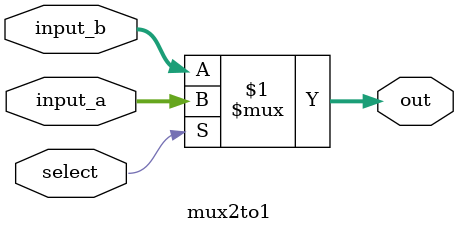
<source format=v>

module mux2to1 #(
		
		parameter DW = 32

)
(
		input select,
		input [DW-1:0] input_a, input_b,
		output [DW-1:0] out

);

assign out = (select) ? input_a : input_b;
 
endmodule

</source>
